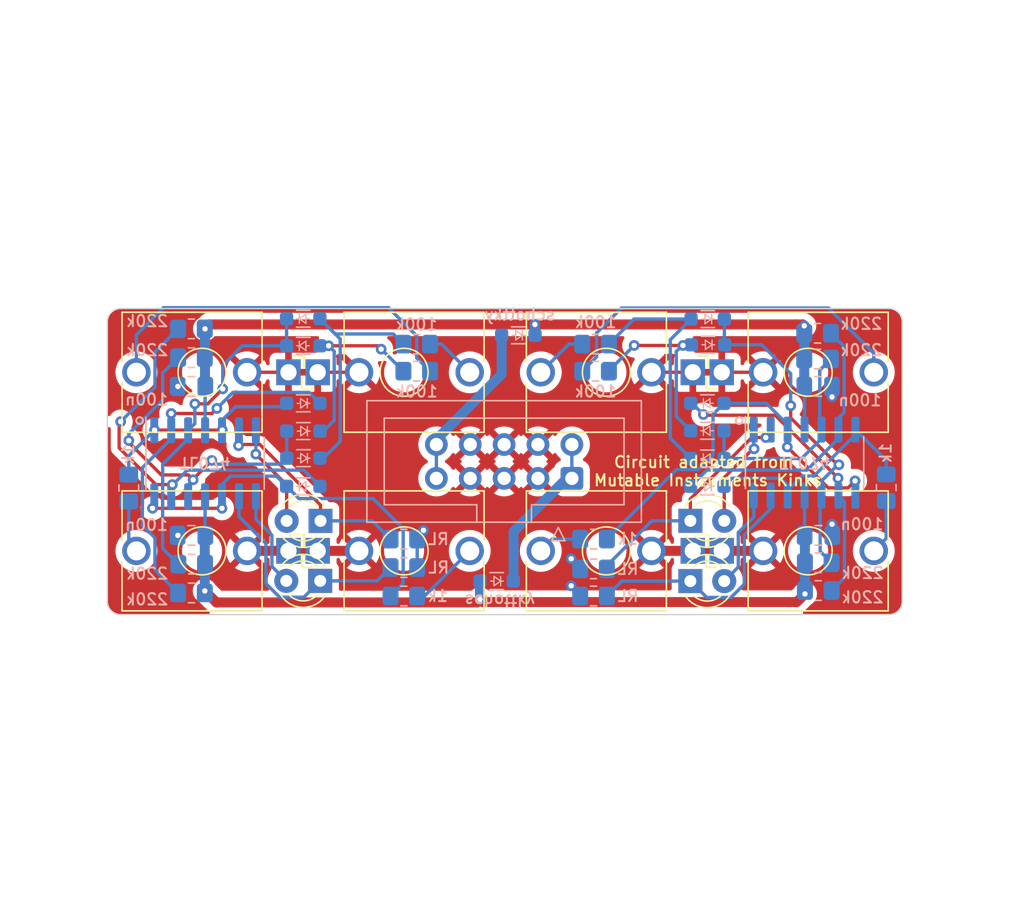
<source format=kicad_pcb>
(kicad_pcb (version 20221018) (generator pcbnew)
  (layers (0 "F.Cu" signal) (31 "B.Cu" signal) (34 "B.Paste" user) (35 "F.Paste" user) (36 "B.SilkS" user "B.Silkscreen") (37 "F.SilkS" user "F.Silkscreen") (38 "B.Mask" user) (39 "F.Mask" user) (44 "Edge.Cuts" user))
  (net 0 "")
  (net 1 "+12V")
  (net 2 "GND")
  (net 3 "-12V")
  (net 4 "Net-(D1-K)")
  (net 5 "Net-(D1-A)")
  (net 6 "Net-(D2-A)")
  (net 7 "Net-(D3-K)")
  (net 8 "Net-(D3-A)")
  (net 9 "Net-(D4-A)")
  (net 10 "Net-(D6-K)")
  (net 11 "Net-(D15-K)")
  (net 12 "Net-(D6-A)")
  (net 13 "Net-(D7-K)")
  (net 14 "Net-(D16-K)")
  (net 15 "Net-(D15-A)")
  (net 16 "Net-(D9-KA)")
  (net 17 "Net-(D9-AK)")
  (net 18 "Net-(D11-KA)")
  (net 19 "Net-(D12-KA)")
  (net 20 "Net-(D13-A)")
  (net 21 "Net-(D14-K)")
  (net 22 "Net-(J1-Pad3)")
  (net 23 "Net-(D17-K)")
  (net 24 "Net-(J2-Pad3)")
  (net 25 "Net-(D17-A)")
  (net 26 "Net-(J3-Pad3)")
  (net 27 "Net-(J4-Pad3)")
  (net 28 "Net-(J5-Pad3)")
  (net 29 "Net-(D18-K)")
  (net 30 "Net-(J6-Pad3)")
  (net 31 "Net-(D18-A)")
  (net 32 "Net-(J7-Pad3)")
  (net 33 "Net-(J8-Pad3)")
  (net 34 "Net-(D11-AK)")
  (net 35 "Net-(D12-AK)")
  (net 36 "Net-(D10-AK)")
  (net 37 "Net-(D10-KA)")
  (footprint "Connector_Audio:Jack_3.5mm_QingPu_WQP-PJ398SM_Vertical_CircularHoles" (layer "F.Cu") (at 114.08 93.3 -90)
    (fp_text reference "J1" hide)
    (fp_text value "PJ301M12")
  )
  (footprint "Connector_Audio:Jack_3.5mm_QingPu_WQP-PJ398SM_Vertical_CircularHoles" (layer "F.Cu") (at 114.08 106.7 -90)
    (fp_text reference "J3" hide)
    (fp_text value "PJ301M12")
  )
  (footprint "LED_THT:LED_D3.0mm_Clear" (layer "F.Cu") (at 116.459 108.95 180)
    (fp_text reference "D10" hide)
    (fp_text value "LED_Dual_Bidirectional")
  )
  (footprint "Connector_Audio:Jack_3.5mm_QingPu_WQP-PJ398SM_Vertical_CircularHoles" (layer "F.Cu") (at 116.27 93.3 90)
    (fp_text reference "J2" hide)
    (fp_text value "PJ301M12")
  )
  (footprint "Connector_Audio:Jack_3.5mm_QingPu_WQP-PJ398SM_Vertical_CircularHoles" (layer "F.Cu") (at 146.57 106.7 90)
    (fp_text reference "J8" hide)
    (fp_text value "PJ301M12")
  )
  (footprint "LED_THT:LED_D3.0mm_Clear" (layer "F.Cu") (at 144.2162 108.966)
    (fp_text reference "D12" hide)
    (fp_text value "LED_Dual_Bidirectional")
  )
  (footprint "LED_THT:LED_D3.0mm_Clear" (layer "F.Cu") (at 116.4844 104.45 180)
    (fp_text reference "D9" hide)
    (fp_text value "LED_Dual_Bidirectional")
  )
  (footprint "Connector_Audio:Jack_3.5mm_QingPu_WQP-PJ398SM_Vertical_CircularHoles" (layer "F.Cu") (at 144.4 93.3 -90)
    (fp_text reference "J5" hide)
    (fp_text value "PJ301M12")
  )
  (footprint "LED_THT:LED_D3.0mm_Clear" (layer "F.Cu") (at 144.2162 104.4448)
    (fp_text reference "D11" hide)
    (fp_text value "LED_Dual_Bidirectional")
  )
  (footprint "Connector_Audio:Jack_3.5mm_QingPu_WQP-PJ398SM_Vertical_CircularHoles" (layer "F.Cu") (at 146.57 93.3 90)
    (fp_text reference "J6" hide)
    (fp_text value "PJ301M12")
  )
  (footprint "Connector_Audio:Jack_3.5mm_QingPu_WQP-PJ398SM_Vertical_CircularHoles" (layer "F.Cu") (at 116.27 106.7 90)
    (fp_text reference "J4" hide)
    (fp_text value "PJ301M12")
  )
  (footprint "Connector_Audio:Jack_3.5mm_QingPu_WQP-PJ398SM_Vertical_CircularHoles" (layer "F.Cu") (at 144.4 106.7 -90)
    (fp_text reference "J7" hide)
    (fp_text value "PJ301M12")
  )
  (footprint "Capacitor_SMD:C_0805_2012Metric_Pad1.18x1.45mm_HandSolder" (layer "B.Cu") (at 106.807 94.361 180)
    (fp_text reference "C1")
    (fp_text value "100n")
  )
  (footprint "Resistor_SMD:R_0805_2012Metric_Pad1.20x1.40mm_HandSolder" (layer "B.Cu") (at 106.807 92.202)
    (fp_text reference "R15" hide)
    (fp_text value "220k")
  )
  (footprint "Diode_SMD:D_SOD-323_HandSoldering" (layer "B.Cu") (at 145.4912 95.6274)
    (fp_text reference "D17" hide)
    (fp_text value "LL4148")
  )
  (footprint "Resistor_SMD:R_0805_2012Metric_Pad1.20x1.40mm_HandSolder" (layer "B.Cu") (at 153.7556 90.3732 180)
    (fp_text reference "R20" hide)
    (fp_text value "220k")
  )
  (footprint "Resistor_SMD:R_0805_2012Metric_Pad1.20x1.40mm_HandSolder" (layer "B.Cu") (at 136.9568 105.8164 180)
    (fp_text reference "R7")
    (fp_text value "1k")
  )
  (footprint "Connector_IDC:IDC-Header_2x05_P2.54mm_Vertical" (layer "B.Cu") (at 135.3312 101.2603 90)
    (fp_text reference "P1")
    (fp_text value "CONN_01X03" hide)
  )
  (footprint "Diode_SMD:D_SOD-323_HandSoldering" (layer "B.Cu") (at 129.6924 108.966 180)
    (fp_text reference "D14")
    (fp_text value "Schottky" hide)
  )
  (footprint "Diode_SMD:D_SOD-323_HandSoldering" (layer "B.Cu") (at 145.4912 99.7712)
    (fp_text reference "D15" hide)
    (fp_text value "LL4148")
  )
  (footprint "Resistor_SMD:R_0805_2012Metric_Pad1.20x1.40mm_HandSolder" (layer "B.Cu") (at 102.108 101.981 -90)
    (fp_text reference "R3")
    (fp_text value "1k")
  )
  (footprint "Diode_SMD:D_SOD-323_HandSoldering" (layer "B.Cu") (at 145.4912 101.854 180)
    (fp_text reference "D18" hide)
    (fp_text value "LL4148")
  )
  (footprint "Diode_SMD:D_SOD-323_HandSoldering" (layer "B.Cu") (at 115.189 95.631 180)
    (fp_text reference "D3")
    (fp_text value "LL4148" hide)
  )
  (footprint "Resistor_SMD:R_0805_2012Metric_Pad1.20x1.40mm_HandSolder" (layer "B.Cu") (at 106.823 107.696)
    (fp_text reference "R13" hide)
    (fp_text value "220k")
  )
  (footprint "Diode_SMD:D_SOD-323_HandSoldering" (layer "B.Cu") (at 115.189 91.313)
    (fp_text reference "D1")
    (fp_text value "LL4148" hide)
  )
  (footprint "Resistor_SMD:R_0805_2012Metric_Pad1.20x1.40mm_HandSolder" (layer "B.Cu") (at 153.7556 92.3036 180)
    (fp_text reference "R18" hide)
    (fp_text value "220k")
  )
  (footprint "Resistor_SMD:R_0805_2012Metric_Pad1.20x1.40mm_HandSolder" (layer "B.Cu") (at 153.8064 107.5944 180)
    (fp_text reference "R17" hide)
    (fp_text value "220k")
  )
  (footprint "Resistor_SMD:R_0805_2012Metric_Pad1.20x1.40mm_HandSolder" (layer "B.Cu") (at 137.1092 93.218)
    (fp_text reference "R6")
    (fp_text value "100k")
  )
  (footprint "Diode_SMD:D_SOD-323_HandSoldering" (layer "B.Cu") (at 145.5166 89.3064 180)
    (fp_text reference "D7")
    (fp_text value "LL4148" hide)
  )
  (footprint "Resistor_SMD:R_0805_2012Metric_Pad1.20x1.40mm_HandSolder" (layer "B.Cu") (at 153.8064 109.6772 180)
    (fp_text reference "R19" hide)
    (fp_text value "220k")
  )
  (footprint "Resistor_SMD:R_0805_2012Metric_Pad1.20x1.40mm_HandSolder" (layer "B.Cu") (at 137.1092 91.186)
    (fp_text reference "R5")
    (fp_text value "100k")
  )
  (footprint "Capacitor_SMD:C_0805_2012Metric_Pad1.18x1.45mm_HandSolder" (layer "B.Cu") (at 106.807 105.537)
    (fp_text reference "C2")
    (fp_text value "100n")
  )
  (footprint "Diode_SMD:D_SOD-323_HandSoldering" (layer "B.Cu") (at 115.1998 97.7138 180)
    (fp_text reference "D4")
    (fp_text value "LL4148" hide)
  )
  (footprint "Package_SO:SOIC-14_3.9x8.7mm_P1.27mm" (layer "B.Cu") (at 107.8284 100.1268 -90)
    (fp_text reference "U1")
    (fp_text value "TL074")
  )
  (footprint "Resistor_SMD:R_0805_2012Metric_Pad1.20x1.40mm_HandSolder" (layer "B.Cu") (at 122.7328 107.95)
    (fp_text reference "R10")
    (fp_text value "RL")
  )
  (footprint "Capacitor_SMD:C_0805_2012Metric_Pad1.18x1.45mm_HandSolder" (layer "B.Cu") (at 153.8224 105.537 180)
    (fp_text reference "C4")
    (fp_text value "100n")
  )
  (footprint "Diode_SMD:D_SOD-323_HandSoldering" (layer "B.Cu") (at 145.542 91.2368 180)
    (fp_text reference "D8")
    (fp_text value "LL4148" hide)
  )
  (footprint "Resistor_SMD:R_0805_2012Metric_Pad1.20x1.40mm_HandSolder" (layer "B.Cu") (at 122.7328 110.0836)
    (fp_text reference "R4")
    (fp_text value "1k")
  )
  (footprint "Diode_SMD:D_SOD-323_HandSoldering" (layer "B.Cu") (at 115.189 89.281)
    (fp_text reference "D2")
    (fp_text value "LL4148" hide)
  )
  (footprint "Resistor_SMD:R_0805_2012Metric_Pad1.20x1.40mm_HandSolder" (layer "B.Cu") (at 136.9568 110.0836 180)
    (fp_text reference "R12")
    (fp_text value "RL")
  )
  (footprint "Resistor_SMD:R_0805_2012Metric_Pad1.20x1.40mm_HandSolder" (layer "B.Cu") (at 158.9024 101.9556 -90)
    (fp_text reference "R8")
    (fp_text value "1k")
  )
  (footprint "Resistor_SMD:R_0805_2012Metric_Pad1.20x1.40mm_HandSolder" (layer "B.Cu") (at 136.9568 108.0516 180)
    (fp_text reference "R11")
    (fp_text value "RL")
  )
  (footprint "Diode_SMD:D_SOD-323_HandSoldering" (layer "B.Cu") (at 145.4912 97.6884)
    (fp_text reference "D16" hide)
    (fp_text value "LL4148")
  )
  (footprint "Resistor_SMD:R_0805_2012Metric_Pad1.20x1.40mm_HandSolder" (layer "B.Cu") (at 123.698 93.218 180)
    (fp_text reference "R1")
    (fp_text value "100k")
  )
  (footprint "Resistor_SMD:R_0805_2012Metric_Pad1.20x1.40mm_HandSolder" (layer "B.Cu") (at 123.698 91.186 180)
    (fp_text reference "R2")
    (fp_text value "100k")
  )
  (footprint "Capacitor_SMD:C_0805_2012Metric_Pad1.18x1.45mm_HandSolder" (layer "B.Cu") (at 153.797 94.361)
    (fp_text reference "C3")
    (fp_text value "100n")
  )
  (footprint "Resistor_SMD:R_0805_2012Metric_Pad1.20x1.40mm_HandSolder" (layer "B.Cu") (at 106.807 109.855)
    (fp_text reference "R14" hide)
    (fp_text value "220k")
  )
  (footprint "Resistor_SMD:R_0805_2012Metric_Pad1.20x1.40mm_HandSolder" (layer "B.Cu") (at 106.807 90.043)
    (fp_text reference "R16" hide)
    (fp_text value "220k")
  )
  (footprint "Diode_SMD:D_SOD-323_HandSoldering" (layer "B.Cu") (at 115.1998 99.7458 180)
    (fp_text reference "D5")
    (fp_text value "LL4148" hide)
  )
  (footprint "Diode_SMD:D_SOD-323_HandSoldering" (layer "B.Cu") (at 115.189 101.854)
    (fp_text reference "D6")
    (fp_text value "LL4148" hide)
  )
  (footprint "Diode_SMD:D_SOD-323_HandSoldering" (layer "B.Cu") (at 131.318 90.5256 180)
    (fp_text reference "D13")
    (fp_text value "Schottky" hide)
  )
  (footprint "Resistor_SMD:R_0805_2012Metric_Pad1.20x1.40mm_HandSolder" (layer "B.Cu") (at 122.7328 105.8164)
    (fp_text reference "R9")
    (fp_text value "RL")
  )
  (footprint "Package_SO:SOIC-14_3.9x8.7mm_P1.27mm" (layer "B.Cu") (at 152.781 100.076 -90)
    (fp_text reference "U2")
    (fp_text value "TL074")
  )
  (gr_circle (center 147.8788 96.9264) (end 147.8788 96.6724) (stroke (width 0.15)) (fill none) (layer "B.SilkS"))
  (gr_circle (center 102.9208 96.9264) (end 102.9208 96.6724) (stroke (width 0.15)) (fill none) (layer "B.SilkS"))
  (gr_line (start 160.1042 89.519) (end 160.1042 110.4806) (stroke (width 0.1)) (layer "Edge.Cuts"))
  (gr_line (start 101.4998 88.519) (end 159.1042 88.519) (stroke (width 0.1)) (layer "Edge.Cuts"))
  (gr_arc (start 100.4998 89.519) (mid 100.792693 88.811893) (end 101.4998 88.519) (stroke (width 0.1)) (layer "Edge.Cuts"))
  (gr_arc (start 160.1042 110.4806) (mid 159.811307 111.187707) (end 159.1042 111.4806) (stroke (width 0.1)) (layer "Edge.Cuts"))
  (gr_arc (start 101.4998 111.4806) (mid 100.792693 111.187707) (end 100.4998 110.4806) (stroke (width 0.1)) (layer "Edge.Cuts"))
  (gr_arc (start 159.1042 88.519) (mid 159.811307 88.811893) (end 160.1042 89.519) (stroke (width 0.1)) (layer "Edge.Cuts"))
  (gr_line (start 100.4998 110.4806) (end 100.4998 89.519) (stroke (width 0.1)) (layer "Edge.Cuts"))
  (gr_line (start 159.1042 111.4806) (end 101.4998 111.4806) (stroke (width 0.1)) (layer "Edge.Cuts"))
  (gr_text "schottky" (at 134.1628 89.4588) (layer "B.SilkS") (effects (font (size 0.85 0.85)) (justify left bottom mirror)))
  (gr_text "schottky" (at 127.2032 109.9312 180) (layer "B.SilkS") (effects (font (size 0.85 0.85)) (justify left bottom mirror)))
  (gr_text "Circuit adapted from \nMutable Instruments Kinks" (at 145.542 101.9048) (layer "F.SilkS") (effects (font (size 0.85 0.85) (thickness 0.15) bold) (justify bottom)))
  (segment (start 152.654 89.7128) (end 152.146 89.7128) (width 0.75) (layer "F.Cu") (net 1))
  (segment (start 152.7556 89.8144) (end 152.654 89.7128) (width 0.75) (layer "F.Cu") (net 1))
  (segment (start 132.5626 89.7128) (end 108.6104 89.7128) (width 0.75) (layer "F.Cu") (net 1))
  (segment (start 108.6104 89.7128) (end 108.1532 89.7128) (width 0.75) (layer "F.Cu") (net 1))
  (segment (start 108.1532 89.7128) (end 107.823 90.043) (width 0.75) (layer "F.Cu") (net 1))
  (segment (start 152.146 89.7128) (end 132.5626 89.7128) (width 0.75) (layer "F.Cu") (net 1))
  (via (at 107.823 90.043) (size 0.8) (drill 0.4) (layers "F.Cu" "B.Cu") (net 1))
  (via (at 132.5626 89.7128) (size 0.8) (drill 0.4) (layers "F.Cu" "B.Cu") (net 1))
  (via (at 152.7556 89.8144) (size 0.8) (drill 0.4) (layers "F.Cu" "B.Cu") (net 1))
  (segment (start 107.8284 97.6518) (end 107.8284 94.3771) (width 0.25) (layer "B.Cu") (net 1))
  (segment (start 107.823 90.043) (end 107.823 94.3395) (width 0.75) (layer "B.Cu") (net 1))
  (segment (start 152.781 97.601) (end 152.781 94.3825) (width 0.25) (layer "B.Cu") (net 1))
  (segment (start 132.5626 89.7128) (end 132.568 89.7182) (width 0.75) (layer "B.Cu") (net 1))
  (segment (start 132.568 89.7182) (end 132.568 90.5256) (width 0.75) (layer "B.Cu") (net 1))
  (segment (start 152.7556 89.8144) (end 152.7556 94.3571) (width 0.75) (layer "B.Cu") (net 1))
  (segment (start 114.08 93.3) (end 110.98 93.3) (width 0.25) (layer "F.Cu") (net 2))
  (segment (start 146.57 106.7) (end 149.67 106.7) (width 0.75) (layer "F.Cu") (net 2))
  (segment (start 144.4 93.3) (end 141.3 93.3) (width 0.25) (layer "F.Cu") (net 2))
  (segment (start 146.57 93.3) (end 149.67 93.3) (width 0.25) (layer "F.Cu") (net 2))
  (segment (start 116.27 106.7) (end 119.37 106.7) (width 0.75) (layer "F.Cu") (net 2))
  (segment (start 116.27 93.3) (end 119.37 93.3) (width 0.25) (layer "F.Cu") (net 2))
  (segment (start 144.4 106.7) (end 141.3 106.7) (width 0.75) (layer "F.Cu") (net 2))
  (segment (start 114.08 106.7) (end 110.98 106.7) (width 0.75) (layer "F.Cu") (net 2))
  (via (at 135.2804 107.2896) (size 0.8) (drill 0.4) (layers "F.Cu" "B.Cu") (net 2))
  (via (at 154.8384 95.1484) (size 0.8) (drill 0.4) (layers "F.Cu" "B.Cu") (net 2))
  (via (at 105.791 105.537) (size 0.8) (drill 0.4) (layers "F.Cu" "B.Cu") (net 2))
  (via (at 154.8384 104.6988) (size 0.8) (drill 0.4) (layers "F.Cu" "B.Cu") (net 2))
  (via (at 135.2804 109.3216) (size 0.8) (drill 0.4) (layers "F.Cu" "B.Cu") (net 2))
  (via (at 105.791 94.361) (size 0.8) (drill 0.4) (layers "F.Cu" "B.Cu") (net 2))
  (via (at 124.206 105.156) (size 0.8) (drill 0.4) (layers "F.Cu" "B.Cu") (net 2))
  (segment (start 135.2804 107.3752) (end 135.9568 108.0516) (width 0.25) (layer "B.Cu") (net 2))
  (segment (start 135.2804 107.2896) (end 135.2804 107.3752) (width 0.25) (layer "B.Cu") (net 2))
  (segment (start 135.2804 109.4072) (end 135.9568 110.0836) (width 0.25) (layer "B.Cu") (net 2))
  (segment (start 135.2804 109.3216) (end 135.2804 109.4072) (width 0.25) (layer "B.Cu") (net 2))
  (segment (start 123.7328 107.95) (end 123.7328 105.8164) (width 0.25) (layer "B.Cu") (net 2))
  (segment (start 128.4478 110.3376) (end 128.651 110.5408) (width 0.75) (layer "F.Cu") (net 3))
  (segment (start 152.1968 110.5408) (end 152.8064 109.9312) (width 0.75) (layer "F.Cu") (net 3))
  (segment (start 128.437 110.3376) (end 128.2084 110.5662) (width 0.75) (layer "F.Cu") (net 3))
  (segment (start 108.6706 110.5662) (end 107.807 109.7026) (width 0.75) (layer "F.Cu") (net 3))
  (segment (start 128.2084 110.5662) (end 108.6706 110.5662) (width 0.75) (layer "F.Cu") (net 3))
  (segment (start 128.651 110.5408) (end 152.1968 110.5408) (width 0.75) (layer "F.Cu") (net 3))
  (via (at 128.4424 110.3322) (size 0.8) (drill 0.4) (layers "F.Cu" "B.Cu") (net 3))
  (via (at 152.8064 109.9312) (size 0.8) (drill 0.4) (layers "F.Cu" "B.Cu") (net 3))
  (via (at 107.807 109.7026) (size 0.8) (drill 0.4) (layers "F.Cu" "B.Cu") (net 3))
  (segment (start 128.4424 110.3322) (end 128.4424 108.966) (width 0.75) (layer "B.Cu") (net 3))
  (segment (start 107.807 109.7026) (end 107.807 105.7015) (width 0.75) (layer "B.Cu") (net 3))
  (segment (start 152.8064 109.9312) (end 152.8064 105.5585) (width 0.75) (layer "B.Cu") (net 3))
  (segment (start 152.781 102.551) (end 152.781 105.5331) (width 0.25) (layer "B.Cu") (net 3))
  (segment (start 107.8284 102.6018) (end 107.8284 105.6479) (width 0.25) (layer "B.Cu") (net 3))
  (segment (start 107.061 95.6685) (end 108.030902 95.6685) (width 0.25) (layer "F.Cu") (net 4))
  (segment (start 108.030902 95.6685) (end 109.152277 94.547125) (width 0.25) (layer "F.Cu") (net 4))
  (via (at 107.061 95.6685) (size 0.8) (drill 0.4) (layers "F.Cu" "B.Cu") (net 4))
  (via (at 109.152277 94.547125) (size 0.8) (drill 0.4) (layers "F.Cu" "B.Cu") (net 4))
  (segment (start 104.648 100.203) (end 106.5584 98.2926) (width 0.25) (layer "B.Cu") (net 4))
  (segment (start 107.061 97.1492) (end 106.5584 97.6518) (width 0.25) (layer "B.Cu") (net 4))
  (segment (start 113.939 89.281) (end 113.939 91.313) (width 0.25) (layer "B.Cu") (net 4))
  (segment (start 105.823 107.696) (end 104.648 106.521) (width 0.25) (layer "B.Cu") (net 4))
  (segment (start 104.648 106.521) (end 104.648 100.203) (width 0.25) (layer "B.Cu") (net 4))
  (segment (start 110.617 91.313) (end 113.939 91.313) (width 0.25) (layer "B.Cu") (net 4))
  (segment (start 109.152277 94.547125) (end 109.152277 92.777723) (width 0.25) (layer "B.Cu") (net 4))
  (segment (start 109.152277 92.777723) (end 110.617 91.313) (width 0.25) (layer "B.Cu") (net 4))
  (segment (start 107.061 95.6685) (end 107.061 97.1492) (width 0.25) (layer "B.Cu") (net 4))
  (segment (start 120.777 91.313) (end 117.094 91.313) (width 0.25) (layer "F.Cu") (net 5))
  (segment (start 121.031 91.567) (end 120.777 91.313) (width 0.25) (layer "F.Cu") (net 5))
  (via (at 121.031 91.567) (size 0.8) (drill 0.4) (layers "F.Cu" "B.Cu") (net 5))
  (via (at 117.094 91.313) (size 0.8) (drill 0.4) (layers "F.Cu" "B.Cu") (net 5))
  (segment (start 117.094 91.313) (end 116.439 91.313) (width 0.25) (layer "B.Cu") (net 5))
  (segment (start 121.031 91.567) (end 121.047 91.567) (width 0.25) (layer "B.Cu") (net 5))
  (segment (start 121.047 91.567) (end 122.698 93.218) (width 0.25) (layer "B.Cu") (net 5))
  (segment (start 117.51 91.729) (end 117.094 91.313) (width 0.25) (layer "B.Cu") (net 5))
  (segment (start 117.51 96.9076) (end 117.51 91.729) (width 0.25) (layer "B.Cu") (net 5))
  (segment (start 116.7038 97.7138) (end 117.51 96.9076) (width 0.25) (layer "B.Cu") (net 5))
  (segment (start 122.698 91.186) (end 121.936 90.424) (width 0.25) (layer "B.Cu") (net 6))
  (segment (start 121.936 90.424) (end 117.582 90.424) (width 0.25) (layer "B.Cu") (net 6))
  (segment (start 116.7038 99.7458) (end 117.96 98.4896) (width 0.25) (layer "B.Cu") (net 6))
  (segment (start 117.582 90.424) (end 116.439 89.281) (width 0.25) (layer "B.Cu") (net 6))
  (segment (start 117.96 90.802) (end 116.439 89.281) (width 0.25) (layer "B.Cu") (net 6))
  (segment (start 117.96 98.4896) (end 117.96 90.802) (width 0.25) (layer "B.Cu") (net 6))
  (segment (start 108.331 96.393) (end 108.712 96.012) (width 0.25) (layer "F.Cu") (net 7))
  (segment (start 105.2884 96.393) (end 108.331 96.393) (width 0.25) (layer "F.Cu") (net 7))
  (via (at 105.2884 96.393) (size 0.8) (drill 0.4) (layers "F.Cu" "B.Cu") (net 7))
  (via (at 108.712 96.012) (size 0.8) (drill 0.4) (layers "F.Cu" "B.Cu") (net 7))
  (segment (start 115.614 94.806) (end 116.439 95.631) (width 0.25) (layer "B.Cu") (net 7))
  (segment (start 103.133 100.448) (end 103.133 103.569173) (width 0.25) (layer "B.Cu") (net 7))
  (segment (start 108.712 96.012) (end 109.918 94.806) (width 0.25) (layer "B.Cu") (net 7))
  (segment (start 103.124 103.578173) (end 103.124 104.775) (width 0.25) (layer "B.Cu") (net 7))
  (segment (start 104.07 108.118) (end 105.807 109.855) (width 0.25) (layer "B.Cu") (net 7))
  (segment (start 105.2884 96.393) (end 105.2884 97.6518) (width 0.25) (layer "B.Cu") (net 7))
  (segment (start 103.124 104.775) (end 104.07 105.721) (width 0.25) (layer "B.Cu") (net 7))
  (segment (start 103.133 103.569173) (end 103.124 103.578173) (width 0.25) (layer "B.Cu") (net 7))
  (segment (start 109.918 94.806) (end 115.614 94.806) (width 0.25) (layer "B.Cu") (net 7))
  (segment (start 104.07 105.721) (end 104.07 108.118) (width 0.25) (layer "B.Cu") (net 7))
  (segment (start 105.2884 98.2926) (end 103.133 100.448) (width 0.25) (layer "B.Cu") (net 7))
  (segment (start 109.1184 97.6376) (end 104.0384 97.6376) (width 0.25) (layer "F.Cu") (net 8))
  (via (at 104.0384 97.6376) (size 0.8) (drill 0.4) (layers "F.Cu" "B.Cu") (net 8))
  (via (at 109.1184 97.6376) (size 0.8) (drill 0.4) (layers "F.Cu" "B.Cu") (net 8))
  (segment (start 113.685 95.885) (end 110.109 95.885) (width 0.25) (layer "B.Cu") (net 8))
  (segment (start 102.108 99.5622) (end 104.0184 97.6518) (width 0.25) (layer "B.Cu") (net 8))
  (segment (start 102.108 100.981) (end 102.108 99.5622) (width 0.25) (layer "B.Cu") (net 8))
  (segment (start 110.109 95.885) (end 109.0984 96.8956) (width 0.25) (layer "B.Cu") (net 8))
  (segment (start 108.331 99.9175) (end 106.934 101.3145) (width 0.25) (layer "F.Cu") (net 9))
  (segment (start 104.54775 101.002) (end 106.5695 101.002) (width 0.25) (layer "F.Cu") (net 9))
  (segment (start 102.108 98.425) (end 102.108 98.56225) (width 0.25) (layer "F.Cu") (net 9))
  (segment (start 102.108 98.56225) (end 104.54775 101.002) (width 0.25) (layer "F.Cu") (net 9))
  (segment (start 106.934 101.3145) (end 106.934 101.3665) (width 0.25) (layer "F.Cu") (net 9))
  (segment (start 106.5695 101.002) (end 106.934 101.3665) (width 0.25) (layer "F.Cu") (net 9))
  (via (at 108.331 99.9175) (size 0.8) (drill 0.4) (layers "F.Cu" "B.Cu") (net 9))
  (via (at 106.934 101.3665) (size 0.8) (drill 0.4) (layers "F.Cu" "B.Cu") (net 9))
  (via (at 102.108 98.425) (size 0.8) (drill 0.4) (layers "F.Cu" "B.Cu") (net 9))
  (segment (start 106.5584 101.7421) (end 106.934 101.3665) (width 0.25) (layer "B.Cu") (net 9))
  (segment (start 104.648 93.361) (end 104.648 95.375449) (width 0.25) (layer "B.Cu") (net 9))
  (segment (start 113.9498 97.9678) (end 113.9498 99.9998) (width 0.25) (layer "B.Cu") (net 9))
  (segment (start 113.5036 100.192) (end 113.9498 99.7458) (width 0.25) (layer "B.Cu") (net 9))
  (segment (start 105.807 92.202) (end 104.648 93.361) (width 0.25) (layer "B.Cu") (net 9))
  (segment (start 108.331 99.9175) (end 108.6055 100.192) (width 0.25) (layer "B.Cu") (net 9))
  (segment (start 102.108 97.915449) (end 102.108 98.425) (width 0.25) (layer "B.Cu") (net 9))
  (segment (start 108.6055 100.192) (end 113.5036 100.192) (width 0.25) (layer "B.Cu") (net 9))
  (segment (start 104.648 95.375449) (end 102.108 97.915449) (width 0.25) (layer "B.Cu") (net 9))
  (segment (start 106.5584 102.6018) (end 106.5584 101.7421) (width 0.25) (layer "B.Cu") (net 9))
  (segment (start 103.886 103.505) (end 109.093 103.505) (width 0.25) (layer "F.Cu") (net 10))
  (via (at 103.886 103.505) (size 0.8) (drill 0.4) (layers "F.Cu" "B.Cu") (net 10))
  (via (at 109.093 103.505) (size 0.8) (drill 0.4) (layers "F.Cu" "B.Cu") (net 10))
  (segment (start 109.0984 101.7216) (end 109.728 101.092) (width 0.25) (layer "B.Cu") (net 10))
  (segment (start 122.682 105.029) (end 122.682 109.1344) (width 0.25) (layer "B.Cu") (net 10))
  (segment (start 109.0984 102.6018) (end 109.0984 101.7216) (width 0.25) (layer "B.Cu") (net 10))
  (segment (start 120.428 102.775) (end 122.682 105.029) (width 0.25) (layer "B.Cu") (net 10))
  (segment (start 113.177 101.092) (end 113.939 101.854) (width 0.25) (layer "B.Cu") (net 10))
  (segment (start 113.939 101.854) (end 114.86 102.775) (width 0.25) (layer "B.Cu") (net 10))
  (segment (start 122.682 109.1344) (end 121.7328 110.0836) (width 0.25) (layer "B.Cu") (net 10))
  (segment (start 109.728 101.092) (end 113.177 101.092) (width 0.25) (layer "B.Cu") (net 10))
  (segment (start 114.86 102.775) (end 120.428 102.775) (width 0.25) (layer "B.Cu") (net 10))
  (segment (start 138.1092 91.186) (end 139.9888 89.3064) (width 0.25) (layer "B.Cu") (net 11))
  (segment (start 142.71 90.863) (end 142.71 98.24) (width 0.25) (layer "B.Cu") (net 11))
  (segment (start 139.9888 89.3064) (end 144.2666 89.3064) (width 0.25) (layer "B.Cu") (net 11))
  (segment (start 142.71 98.24) (end 144.2412 99.7712) (width 0.25) (layer "B.Cu") (net 11))
  (segment (start 144.2666 89.3064) (end 142.71 90.863) (width 0.25) (layer "B.Cu") (net 11))
  (segment (start 101.5 97) (end 101.383 97.117) (width 0.25) (layer "F.Cu") (net 12))
  (segment (start 104.14 101.727) (end 105.3725 101.727) (width 0.25) (layer "F.Cu") (net 12))
  (segment (start 101.383 97.117) (end 101.383 98.97) (width 0.25) (layer "F.Cu") (net 12))
  (segment (start 101.383 98.97) (end 104.14 101.727) (width 0.25) (layer "F.Cu") (net 12))
  (via (at 101.5 97) (size 0.8) (drill 0.4) (layers "F.Cu" "B.Cu") (net 12))
  (via (at 105.3725 101.727) (size 0.8) (drill 0.4) (layers "F.Cu" "B.Cu") (net 12))
  (segment (start 104.07 94.43) (end 104.07 91.78) (width 0.25) (layer "B.Cu") (net 12))
  (segment (start 106.495 100.642) (end 115.227 100.642) (width 0.25) (layer "B.Cu") (net 12))
  (segment (start 101.5 97) (end 104.07 94.43) (width 0.25) (layer "B.Cu") (net 12))
  (segment (start 105.2884 101.8486) (end 106.495 100.642) (width 0.25) (layer "B.Cu") (net 12))
  (segment (start 104.07 91.78) (end 105.807 90.043) (width 0.25) (layer "B.Cu") (net 12))
  (segment (start 115.227 100.642) (end 116.439 101.854) (width 0.25) (layer "B.Cu") (net 12))
  (segment (start 151.7396 96.7232) (end 151.7396 95.8088) (width 0.25) (layer "F.Cu") (net 13))
  (segment (start 155.355675 100.237675) (end 155.254075 100.237675) (width 0.25) (layer "F.Cu") (net 13))
  (segment (start 155.254075 100.237675) (end 151.7396 96.7232) (width 0.25) (layer "F.Cu") (net 13))
  (via (at 151.7396 95.8088) (size 0.8) (drill 0.4) (layers "F.Cu" "B.Cu") (net 13))
  (via (at 155.355675 100.237675) (size 0.8) (drill 0.4) (layers "F.Cu" "B.Cu") (net 13))
  (segment (start 146.792 91.2368) (end 149.572557 91.2368) (width 0.25) (layer "B.Cu") (net 13))
  (segment (start 149.572557 91.2368) (end 151.7396 93.403843) (width 0.25) (layer "B.Cu") (net 13))
  (segment (start 151.7396 93.403843) (end 151.7396 95.8088) (width 0.25) (layer "B.Cu") (net 13))
  (segment (start 154.051 101.463695) (end 154.051 102.551) (width 0.25) (layer "B.Cu") (net 13))
  (segment (start 155.355675 100.237675) (end 155.27702 100.237675) (width 0.25) (layer "B.Cu") (net 13))
  (segment (start 153.9474 106.7354) (end 153.9474 102.6546) (width 0.25) (layer "B.Cu") (net 13))
  (segment (start 154.8064 107.5944) (end 153.9474 106.7354) (width 0.25) (layer "B.Cu") (net 13))
  (segment (start 155.27702 100.237675) (end 154.051 101.463695) (width 0.25) (layer "B.Cu") (net 13))
  (segment (start 146.7666 89.2048) (end 146.7666 91.1606) (width 0.25) (layer "B.Cu") (net 13))
  (segment (start 140.0048 91.2876) (end 143.6624 91.2876) (width 0.25) (layer "F.Cu") (net 14))
  (via (at 140.0048 91.2876) (size 0.8) (drill 0.4) (layers "F.Cu" "B.Cu") (net 14))
  (via (at 143.6624 91.2876) (size 0.8) (drill 0.4) (layers "F.Cu" "B.Cu") (net 14))
  (segment (start 143.6624 91.2876) (end 144.2412 91.2876) (width 0.25) (layer "B.Cu") (net 14))
  (segment (start 144.2412 97.6884) (end 143.16 96.6072) (width 0.25) (layer "B.Cu") (net 14))
  (segment (start 143.16 96.6072) (end 143.16 91.7392) (width 0.25) (layer "B.Cu") (net 14))
  (segment (start 143.6624 91.2368) (end 144.292 91.2368) (width 0.25) (layer "B.Cu") (net 14))
  (segment (start 143.16 91.7392) (end 143.6624 91.2368) (width 0.25) (layer "B.Cu") (net 14))
  (segment (start 138.1092 93.1832) (end 140.0048 91.2876) (width 0.25) (layer "B.Cu") (net 14))
  (segment (start 153.922 97.472) (end 153.922 93.1372) (width 0.25) (layer "B.Cu") (net 15))
  (segment (start 153.922 93.1372) (end 154.7556 92.3036) (width 0.25) (layer "B.Cu") (net 15))
  (segment (start 146.7412 97.6884) (end 146.7412 99.7712) (width 0.25) (layer "B.Cu") (net 15))
  (segment (start 146.7412 99.7712) (end 152.5524 99.7712) (width 0.25) (layer "B.Cu") (net 15))
  (segment (start 152.5524 99.7712) (end 154.051 98.2726) (width 0.25) (layer "B.Cu") (net 15))
  (segment (start 110.3376 98.806) (end 110.4276 98.716) (width 0.25) (layer "F.Cu") (net 16))
  (segment (start 110.4276 98.716) (end 111.933305 98.716) (width 0.25) (layer "F.Cu") (net 16))
  (segment (start 111.933305 98.716) (end 116.4844 103.267095) (width 0.25) (layer "F.Cu") (net 16))
  (segment (start 116.4844 103.267095) (end 116.4844 104.45) (width 0.25) (layer "F.Cu") (net 16))
  (via (at 110.3376 98.806) (size 0.8) (drill 0.4) (layers "F.Cu" "B.Cu") (net 16))
  (segment (start 110.3376 98.806) (end 110.3684 98.7752) (width 0.25) (layer "B.Cu") (net 16))
  (segment (start 110.3684 98.7752) (end 110.3684 97.6518) (width 0.25) (layer "B.Cu") (net 16))
  (segment (start 116.4844 104.45) (end 120.3664 104.45) (width 0.25) (layer "B.Cu") (net 16))
  (segment (start 120.3664 104.45) (end 121.7328 105.8164) (width 0.25) (layer "B.Cu") (net 16))
  (segment (start 111.633 99.441) (end 113.9444 101.7524) (width 0.25) (layer "F.Cu") (net 17))
  (segment (start 113.9444 104.45) (end 113.9444 101.7524) (width 0.25) (layer "F.Cu") (net 17))
  (via (at 111.633 99.441) (size 0.8) (drill 0.4) (layers "F.Cu" "B.Cu") (net 17))
  (segment (start 111.6384 99.4356) (end 111.633 99.441) (width 0.25) (layer "B.Cu") (net 17))
  (segment (start 111.6384 97.6518) (end 111.6384 99.4356) (width 0.25) (layer "B.Cu") (net 17))
  (segment (start 149.8705 98.1964) (end 148.821395 98.1964) (width 0.25) (layer "F.Cu") (net 18))
  (segment (start 144.2162 102.801595) (end 144.2162 104.4448) (width 0.25) (layer "F.Cu") (net 18))
  (segment (start 148.821395 98.1964) (end 144.2162 102.801595) (width 0.25) (layer "F.Cu") (net 18))
  (via (at 149.8705 98.1964) (size 0.8) (drill 0.4) (layers "F.Cu" "B.Cu") (net 18))
  (segment (start 149.8705 98.1964) (end 150.241 97.8259) (width 0.25) (layer "B.Cu") (net 18))
  (segment (start 141.3256 104.4448) (end 144.2162 104.4448) (width 0.25) (layer "B.Cu") (net 18))
  (segment (start 137.9568 107.8136) (end 141.3256 104.4448) (width 0.25) (layer "B.Cu") (net 18))
  (segment (start 150.241 102.551) (end 150.241 103.531796) (width 0.25) (layer "B.Cu") (net 19))
  (segment (start 150.241 103.531796) (end 148.26 105.512796) (width 0.25) (layer "B.Cu") (net 19))
  (segment (start 148.26 105.512796) (end 148.26 109.194612) (width 0.25) (layer "B.Cu") (net 19))
  (segment (start 139.0744 108.966) (end 144.2162 108.966) (width 0.25) (layer "B.Cu") (net 19))
  (segment (start 148.26 109.194612) (end 147.263612 110.191) (width 0.25) (layer "B.Cu") (net 19))
  (segment (start 137.9568 110.0836) (end 139.0744 108.966) (width 0.25) (layer "B.Cu") (net 19))
  (segment (start 147.263612 110.191) (end 145.4412 110.191) (width 0.25) (layer "B.Cu") (net 19))
  (segment (start 145.4412 110.191) (end 144.2162 108.966) (width 0.25) (layer "B.Cu") (net 19))
  (segment (start 125.1712 101.2603) (end 125.1712 98.7203) (width 0.25) (layer "B.Cu") (net 20))
  (segment (start 125.1712 98.3393) (end 130.068 93.4425) (width 0.75) (layer "B.Cu") (net 20))
  (segment (start 130.068 93.4425) (end 130.068 90.5256) (width 0.75) (layer "B.Cu") (net 20))
  (segment (start 135.3312 98.7203) (end 135.3312 101.2603) (width 0.25) (layer "B.Cu") (net 21))
  (segment (start 130.9624 105.2481) (end 130.9624 108.946) (width 0.75) (layer "B.Cu") (net 21))
  (segment (start 134.9502 101.2603) (end 130.9624 105.2481) (width 0.75) (layer "B.Cu") (net 21))
  (segment (start 104.711 88.456) (end 121.581173 88.456) (width 0.25) (layer "B.Cu") (net 22))
  (segment (start 102.68 90.487) (end 104.711 88.456) (width 0.25) (layer "B.Cu") (net 22))
  (segment (start 123.698 92.218) (end 124.698 93.218) (width 0.25) (layer "B.Cu") (net 22))
  (segment (start 123.698 90.572827) (end 123.698 92.218) (width 0.25) (layer "B.Cu") (net 22))
  (segment (start 121.581173 88.456) (end 123.698 90.572827) (width 0.25) (layer "B.Cu") (net 22))
  (segment (start 102.68 93.3) (end 102.68 90.487) (width 0.25) (layer "B.Cu") (net 22))
  (segment (start 155.29072 101.23952) (end 155.29072 101.248573) (width 0.25) (layer "F.Cu") (net 23))
  (segment (start 145.1917 96.4692) (end 145.2425 96.52) (width 0.25) (layer "F.Cu") (net 23))
  (segment (start 150.5712 96.52) (end 155.29072 101.23952) (width 0.25) (layer "F.Cu") (net 23))
  (segment (start 145.2425 96.52) (end 150.5712 96.52) (width 0.25) (layer "F.Cu") (net 23))
  (via (at 145.1917 96.4692) (size 0.8) (drill 0.4) (layers "F.Cu" "B.Cu") (net 23))
  (via (at 155.29072 101.248573) (size 0.8) (drill 0.4) (layers "F.Cu" "B.Cu") (net 23))
  (segment (start 155.7724 103.0024) (end 155.321 102.551) (width 0.25) (layer "B.Cu") (net 23))
  (segment (start 145.1917 96.4692) (end 144.3499 95.6274) (width 0.25) (layer "B.Cu") (net 23))
  (segment (start 155.7724 108.7112) (end 155.7724 103.0024) (width 0.25) (layer "B.Cu") (net 23))
  (segment (start 155.29072 101.248573) (end 155.29072 102.52072) (width 0.25) (layer "B.Cu") (net 23))
  (segment (start 154.8064 109.6772) (end 155.7724 108.7112) (width 0.25) (layer "B.Cu") (net 23))
  (segment (start 125.556 91.186) (end 127.67 93.3) (width 0.25) (layer "B.Cu") (net 24))
  (segment (start 124.698 91.186) (end 125.556 91.186) (width 0.25) (layer "B.Cu") (net 24))
  (segment (start 154.551573 101.973573) (end 156.039627 101.973573) (width 0.25) (layer "F.Cu") (net 25))
  (segment (start 156.039627 101.973573) (end 156.5656 101.4476) (width 0.25) (layer "F.Cu") (net 25))
  (segment (start 151.4856 98.9076) (end 154.551573 101.973573) (width 0.25) (layer "F.Cu") (net 25))
  (via (at 156.5656 101.4476) (size 0.8) (drill 0.4) (layers "F.Cu" "B.Cu") (net 25))
  (via (at 151.4856 98.9076) (size 0.8) (drill 0.4) (layers "F.Cu" "B.Cu") (net 25))
  (segment (start 151.511 97.601) (end 151.511 98.8822) (width 0.25) (layer "B.Cu") (net 25))
  (segment (start 156.5656 101.4476) (end 156.5656 102.5256) (width 0.25) (layer "B.Cu") (net 25))
  (segment (start 145.9162 96.4524) (end 146.7412 95.6274) (width 0.25) (layer "B.Cu") (net 25))
  (segment (start 151.511 98.8822) (end 151.4856 98.9076) (width 0.25) (layer "B.Cu") (net 25))
  (segment (start 144.8186 100.5962) (end 145.9162 99.4986) (width 0.25) (layer "B.Cu") (net 25))
  (segment (start 149.914151 95.6274) (end 151.511 97.224249) (width 0.25) (layer "B.Cu") (net 25))
  (segment (start 143.177 100.5962) (end 144.8186 100.5962) (width 0.25) (layer "B.Cu") (net 25))
  (segment (start 146.7412 95.6274) (end 149.914151 95.6274) (width 0.25) (layer "B.Cu") (net 25))
  (segment (start 145.9162 99.4986) (end 145.9162 96.4524) (width 0.25) (layer "B.Cu") (net 25))
  (segment (start 137.9568 105.8164) (end 143.177 100.5962) (width 0.25) (layer "B.Cu") (net 25))
  (segment (start 102.108 102.981) (end 102.108 106.128) (width 0.25) (layer "B.Cu") (net 26))
  (segment (start 124.2864 110.0836) (end 127.67 106.7) (width 0.25) (layer "B.Cu") (net 27))
  (segment (start 123.7328 110.0836) (end 124.2864 110.0836) (width 0.25) (layer "B.Cu") (net 27))
  (segment (start 136.1092 91.186) (end 135.114 91.186) (width 0.25) (layer "B.Cu") (net 28))
  (segment (start 135.114 91.186) (end 133 93.3) (width 0.25) (layer "B.Cu") (net 28))
  (segment (start 153.483951 101.0848) (end 156.591 97.977751) (width 0.25) (layer "B.Cu") (net 29))
  (segment (start 147.3442 101.251) (end 150.9842 101.251) (width 0.25) (layer "B.Cu") (net 29))
  (segment (start 150.9842 101.251) (end 151.511 101.7778) (width 0.25) (layer "B.Cu") (net 29))
  (segment (start 146.7412 101.854) (end 147.3442 101.251) (width 0.25) (layer "B.Cu") (net 29))
  (segment (start 158.9024 100.9556) (end 158.9024 99.9124) (width 0.25) (layer "B.Cu") (net 29))
  (segment (start 151.511 102.174249) (end 152.600449 101.0848) (width 0.25) (layer "B.Cu") (net 29))
  (segment (start 158.9024 99.9124) (end 156.591 97.601) (width 0.25) (layer "B.Cu") (net 29))
  (segment (start 152.600449 101.0848) (end 153.483951 101.0848) (width 0.25) (layer "B.Cu") (net 29))
  (segment (start 137.1842 92.143) (end 137.1842 90.349) (width 0.25) (layer "B.Cu") (net 30))
  (segment (start 157.97 91.8792) (end 157.97 93.3) (width 0.25) (layer "B.Cu") (net 30))
  (segment (start 139.0518 88.4814) (end 154.5722 88.4814) (width 0.25) (layer "B.Cu") (net 30))
  (segment (start 137.1842 90.349) (end 139.0518 88.4814) (width 0.25) (layer "B.Cu") (net 30))
  (segment (start 154.5722 88.4814) (end 157.97 91.8792) (width 0.25) (layer "B.Cu") (net 30))
  (segment (start 136.1092 93.218) (end 137.1842 92.143) (width 0.25) (layer "B.Cu") (net 30))
  (segment (start 145.4604 100.6348) (end 152.9588 100.6348) (width 0.25) (layer "B.Cu") (net 31))
  (segment (start 155.747 91.3646) (end 154.7556 90.3732) (width 0.25) (layer "B.Cu") (net 31))
  (segment (start 144.2412 101.854) (end 145.4604 100.6348) (width 0.25) (layer "B.Cu") (net 31))
  (segment (start 155.321 97.601) (end 155.321 96.7486) (width 0.25) (layer "B.Cu") (net 31))
  (segment (start 152.9588 100.6348) (end 155.321 98.2726) (width 0.25) (layer "B.Cu") (net 31))
  (segment (start 155.321 96.7486) (end 155.747 96.3226) (width 0.25) (layer "B.Cu") (net 31))
  (segment (start 155.747 96.3226) (end 155.747 91.3646) (width 0.25) (layer "B.Cu") (net 31))
  (segment (start 133.858 105.8164) (end 133 106.6744) (width 0.25) (layer "B.Cu") (net 32))
  (segment (start 135.9568 105.8164) (end 133.858 105.8164) (width 0.25) (layer "B.Cu") (net 32))
  (segment (start 158.9024 102.9556) (end 158.9024 105.7676) (width 0.25) (layer "B.Cu") (net 33))
  (segment (start 158.9024 105.7676) (end 157.97 106.7) (width 0.25) (layer "B.Cu") (net 33))
  (segment (start 146.7562 101.1986) (end 146.7562 104.4448) (width 0.25) (layer "F.Cu") (net 34))
  (segment (start 148.9964 99.0467) (end 148.9081 99.0467) (width 0.25) (layer "F.Cu") (net 34))
  (segment (start 148.9081 99.0467) (end 146.7562 101.1986) (width 0.25) (layer "F.Cu") (net 34))
  (via (at 148.9964 99.0467) (size 0.8) (drill 0.4) (layers "F.Cu" "B.Cu") (net 34))
  (segment (start 148.971 99.0213) (end 148.971 97.601) (width 0.25) (layer "B.Cu") (net 34))
  (segment (start 148.9964 99.0467) (end 148.971 99.0213) (width 0.25) (layer "B.Cu") (net 34))
  (segment (start 148.971 102.551) (end 148.971 104.1654) (width 0.25) (layer "B.Cu") (net 35))
  (segment (start 147.81 107.9122) (end 146.7562 108.966) (width 0.25) (layer "B.Cu") (net 35))
  (segment (start 148.971 104.1654) (end 147.81 105.3264) (width 0.25) (layer "B.Cu") (net 35))
  (segment (start 147.81 105.3264) (end 147.81 107.9122) (width 0.25) (layer "B.Cu") (net 35))
  (segment (start 111.6384 102.6018) (end 111.6384 104.3232) (width 0.25) (layer "B.Cu") (net 36))
  (segment (start 112.84 107.871) (end 113.919 108.95) (width 0.25) (layer "B.Cu") (net 36))
  (segment (start 112.84 105.5248) (end 112.84 107.871) (width 0.25) (layer "B.Cu") (net 36))
  (segment (start 111.6384 104.3232) (end 112.84 105.5248) (width 0.25) (layer "B.Cu") (net 36))
  (segment (start 112.39 106.144243) (end 112.39 109.153412) (width 0.25) (layer "B.Cu") (net 37))
  (segment (start 115.234 110.175) (end 116.459 108.95) (width 0.25) (layer "B.Cu") (net 37))
  (segment (start 120.7328 108.95) (end 116.459 108.95) (width 0.25) (layer "B.Cu") (net 37))
  (segment (start 110.3684 102.6018) (end 110.3684 104.122643) (width 0.25) (layer "B.Cu") (net 37))
  (segment (start 112.39 109.153412) (end 113.411588 110.175) (width 0.25) (layer "B.Cu") (net 37))
  (segment (start 113.411588 110.175) (end 115.234 110.175) (width 0.25) (layer "B.Cu") (net 37))
  (segment (start 121.7328 107.95) (end 120.7328 108.95) (width 0.25) (layer "B.Cu") (net 37))
  (segment (start 110.3684 104.122643) (end 112.39 106.144243) (width 0.25) (layer "B.Cu") (net 37))
  (zone (net 2) (net_name "GND") (layer "F.Cu") (connect_pads (clearance 0.5)) (min_thickness 0.25) (fill yes (thermal_gap 0.5) (thermal_bridge_width 0.5))
    (polygon (pts (xy 99.06 87.757) (xy 161.29 87.757) (xy 161.671 88.138) (xy 161.671 111.887) (xy 99.06 111.887)))
  )
)
</source>
